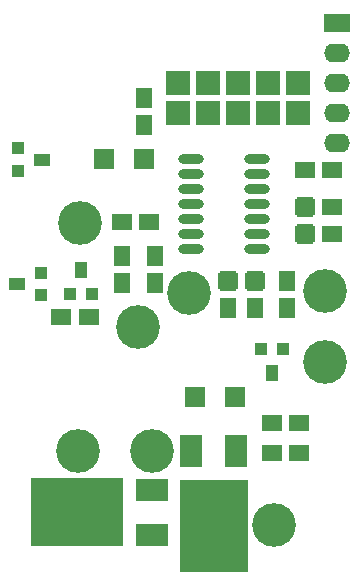
<source format=gts>
%FSLAX42Y42*%
%MOMM*%
G71*
G01*
G75*
G04 Layer_Color=8388736*
%ADD10R,1.50X1.25*%
%ADD11R,1.25X1.50*%
%ADD12R,1.50X1.50*%
%ADD13O,2.00X0.60*%
%ADD14R,1.78X2.54*%
%ADD15R,5.59X7.62*%
%ADD16R,2.54X1.78*%
%ADD17R,7.62X5.59*%
%ADD18R,0.90X0.90*%
%ADD19R,0.90X1.25*%
%ADD20R,0.90X0.90*%
%ADD21R,1.25X0.90*%
%ADD22C,0.50*%
%ADD23C,0.30*%
%ADD24C,0.35*%
%ADD25C,2.50*%
%ADD26C,0.25*%
%ADD27R,13.30X3.00*%
%ADD28R,4.30X6.30*%
%ADD29R,4.00X7.80*%
%ADD30R,4.00X4.70*%
%ADD31R,4.90X6.40*%
%ADD32R,3.50X7.80*%
%ADD33R,5.20X6.30*%
%ADD34R,11.10X9.60*%
%ADD35R,9.90X3.00*%
%ADD36R,11.20X16.40*%
%ADD37C,3.50*%
%ADD38R,1.80X1.80*%
%ADD39R,2.00X1.40*%
%ADD40O,2.00X1.40*%
%ADD41R,1.70X1.45*%
%ADD42R,1.45X1.70*%
%ADD43R,1.70X1.70*%
%ADD44O,2.20X0.80*%
%ADD45R,1.98X2.74*%
%ADD46R,5.79X7.82*%
%ADD47R,2.74X1.98*%
%ADD48R,7.82X5.79*%
%ADD49R,1.10X1.10*%
%ADD50R,1.10X1.45*%
%ADD51R,1.10X1.10*%
%ADD52R,1.45X1.10*%
%ADD53C,3.70*%
%ADD54R,2.00X2.00*%
%ADD55R,2.20X1.60*%
%ADD56O,2.20X1.60*%
D41*
X12930Y8030D02*
D03*
X12700D02*
D03*
Y8255D02*
D03*
X12930D02*
D03*
X10640Y7320D02*
D03*
X10870D02*
D03*
X11380Y8130D02*
D03*
X11150D02*
D03*
X12420Y6170D02*
D03*
X12650D02*
D03*
X12420Y6430D02*
D03*
X12650D02*
D03*
X12280Y7630D02*
D03*
X12050D02*
D03*
X12930Y8570D02*
D03*
X12700D02*
D03*
D42*
X12280Y7630D02*
D03*
Y7400D02*
D03*
X12050Y7630D02*
D03*
Y7400D02*
D03*
X11340Y9180D02*
D03*
Y8950D02*
D03*
X11150Y7610D02*
D03*
Y7840D02*
D03*
X12550Y7630D02*
D03*
Y7400D02*
D03*
X11430Y7840D02*
D03*
Y7610D02*
D03*
X12700Y8255D02*
D03*
Y8025D02*
D03*
D43*
X12110Y6650D02*
D03*
X11770D02*
D03*
X11340Y8660D02*
D03*
X11000D02*
D03*
D44*
X11740D02*
D03*
Y8535D02*
D03*
Y8405D02*
D03*
Y8280D02*
D03*
Y8150D02*
D03*
Y8025D02*
D03*
Y7900D02*
D03*
X12300D02*
D03*
Y8025D02*
D03*
Y8150D02*
D03*
Y8280D02*
D03*
Y8405D02*
D03*
Y8535D02*
D03*
Y8660D02*
D03*
D45*
X12120Y6190D02*
D03*
X11739D02*
D03*
D46*
X11929Y5555D02*
D03*
D47*
X11410Y5480D02*
D03*
Y5861D02*
D03*
D48*
X10775Y5671D02*
D03*
D49*
X12520Y7050D02*
D03*
X12330D02*
D03*
X10710Y7520D02*
D03*
X10900D02*
D03*
D50*
X12425Y6845D02*
D03*
X10805Y7725D02*
D03*
D51*
X10270Y8750D02*
D03*
Y8560D02*
D03*
X10470Y7510D02*
D03*
Y7700D02*
D03*
D52*
X10475Y8655D02*
D03*
X10265Y7605D02*
D03*
D53*
X10780Y6190D02*
D03*
X11720Y7530D02*
D03*
X12870Y7540D02*
D03*
X12440Y5560D02*
D03*
X11290Y7240D02*
D03*
X11410Y6190D02*
D03*
X10800Y8120D02*
D03*
X12870Y6940D02*
D03*
D54*
X12646Y9304D02*
D03*
Y9050D02*
D03*
X12392Y9304D02*
D03*
Y9050D02*
D03*
X12138Y9304D02*
D03*
Y9050D02*
D03*
X11884Y9304D02*
D03*
Y9050D02*
D03*
X11630Y9304D02*
D03*
Y9050D02*
D03*
D55*
X12970Y9810D02*
D03*
D56*
Y9555D02*
D03*
Y9305D02*
D03*
Y9050D02*
D03*
Y8795D02*
D03*
M02*

</source>
